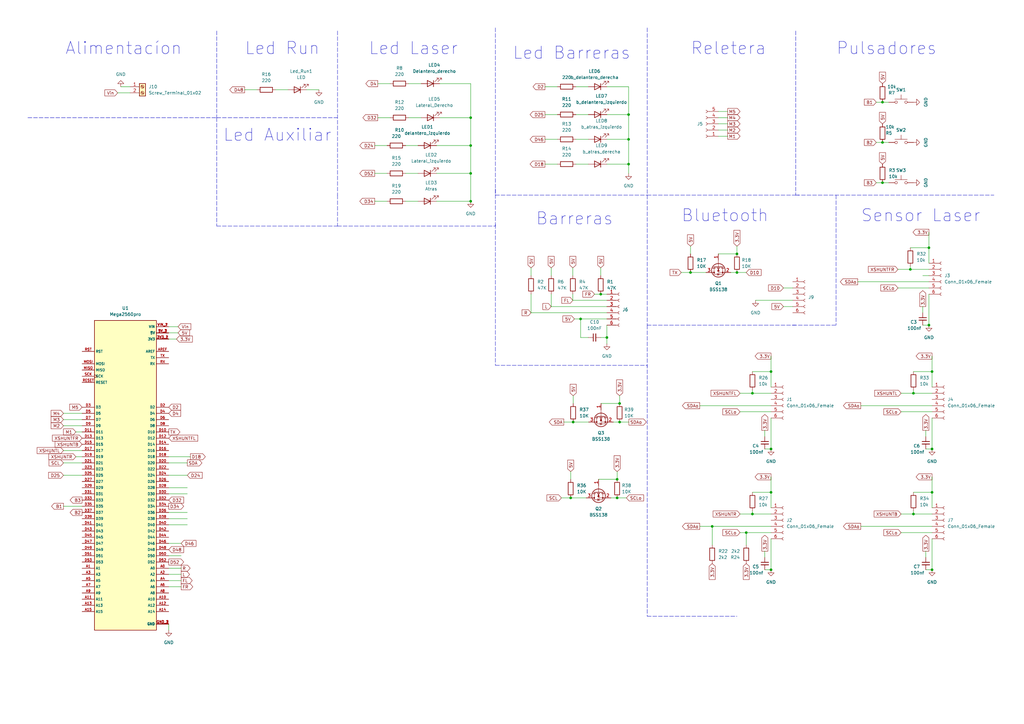
<source format=kicad_sch>
(kicad_sch (version 20211123) (generator eeschema)
  (paper "A3")
  (lib_symbols
    (symbol "Connector:Conn_01x05_Female" (pin_names (offset 1.016) hide)
      (property "Reference" "J" (at 0 7.62 0))
      (property "Value" "Conn_01x05_Female" (at 0 -7.62 0))
      (symbol "Conn_01x05_Female_1_1"
        (pin passive line (at -5.08 5.08 0) (length 3.81) (name "Pin_1") (number "1"))
        (pin passive line (at -5.08 2.54 0) (length 3.81) (name "Pin_2") (number "2"))
        (pin passive line (at -5.08 0 0) (length 3.81) (name "Pin_3") (number "3"))
        (pin passive line (at -5.08 -2.54 0) (length 3.81) (name "Pin_4") (number "4"))
        (pin passive line (at -5.08 -5.08 0) (length 3.81) (name "Pin_5") (number "5"))
      )
    )
    (symbol "Connector:Conn_01x06_Female" (pin_names (offset 1.016) hide)
      (property "Reference" "J" (at 0 7.62 0))
      (property "Value" "Conn_01x06_Female" (at 0 -10.16 0))
      (symbol "Conn_01x06_Female_1_1"
        (pin passive line (at -5.08 5.08 0) (length 3.81) (name "Pin_1") (number "1"))
        (pin passive line (at -5.08 2.54 0) (length 3.81) (name "Pin_2") (number "2"))
        (pin passive line (at -5.08 0 0) (length 3.81) (name "Pin_3") (number "3"))
        (pin passive line (at -5.08 -2.54 0) (length 3.81) (name "Pin_4") (number "4"))
        (pin passive line (at -5.08 -5.08 0) (length 3.81) (name "Pin_5") (number "5"))
        (pin passive line (at -5.08 -7.62 0) (length 3.81) (name "Pin_6") (number "6"))
      )
    )
    (symbol "Connector:Screw_Terminal_01x02" (pin_names (offset 1.016) hide)
      (property "Reference" "J" (at 0 2.54 0))
      (property "Value" "Screw_Terminal_01x02" (at 0 -5.08 0))
      (symbol "Screw_Terminal_01x02_1_1"
        (pin passive line (at -5.08 0 0) (length 3.81) (name "Pin_1") (number "1"))
        (pin passive line (at -5.08 -2.54 0) (length 3.81) (name "Pin_2") (number "2"))
      )
    )
    (symbol "Device:C_Small" (pin_numbers hide) (pin_names (offset 0.254) hide)
      (property "Reference" "C" (at 0.254 1.778 0))
      (property "Value" "C_Small" (at 0.254 -2.032 0))
      (symbol "C_Small_1_1"
        (pin passive line (at 0 2.54 270) (length 2.032) (name "~") (number "1"))
        (pin passive line (at 0 -2.54 90) (length 2.032) (name "~") (number "2"))
      )
    )
    (symbol "Device:LED" (pin_numbers hide) (pin_names (offset 1.016) hide)
      (property "Reference" "D" (at 0 2.54 0))
      (property "Value" "LED" (at 0 -2.54 0))
      (symbol "LED_1_1"
        (pin passive line (at -3.81 0 0) (length 2.54) (name "K") (number "1"))
        (pin passive line (at 3.81 0 180) (length 2.54) (name "A") (number "2"))
      )
    )
    (symbol "Device:R" (pin_numbers hide) (pin_names (offset 0))
      (property "Reference" "R" (at 2.032 0 90))
      (property "Value" "R" (at 0 0 90))
      (symbol "R_1_1"
        (pin passive line (at 0 3.81 270) (length 1.27) (name "~") (number "1"))
        (pin passive line (at 0 -3.81 90) (length 1.27) (name "~") (number "2"))
      )
    )
    (symbol "Mega2560pro:Mega2560pro"
      (property "Reference" "U" (at 0 0 0))
      (property "Value" "Mega2560pro" (at 0 0 0))
      (symbol "Mega2560pro_0_0"
        (pin power_in line (at 17.78 -12.7 180) (length 5.08) (name "3V3") (number "3V3_1"))
        (pin power_in line (at 17.78 -12.7 180) (length 5.08) (name "3V3") (number "3V3_2"))
        (pin power_in line (at 17.78 -10.16 180) (length 5.08) (name "5V") (number "5V_1"))
        (pin power_in line (at 17.78 -10.16 180) (length 5.08) (name "5V") (number "5V_2"))
        (pin power_in line (at 17.78 -10.16 180) (length 5.08) (name "5V") (number "5V_3"))
        (pin bidirectional line (at 17.78 -106.68 180) (length 5.08) (name "A0") (number "A0"))
        (pin bidirectional line (at -17.78 -106.68 0) (length 5.08) (name "A1") (number "A1"))
        (pin bidirectional line (at 17.78 -119.38 180) (length 5.08) (name "A10") (number "A10"))
        (pin bidirectional line (at -17.78 -119.38 0) (length 5.08) (name "A11") (number "A11"))
        (pin bidirectional line (at 17.78 -121.92 180) (length 5.08) (name "A12") (number "A12"))
        (pin bidirectional line (at -17.78 -121.92 0) (length 5.08) (name "A13") (number "A13"))
        (pin bidirectional line (at 17.78 -124.46 180) (length 5.08) (name "A14") (number "A14"))
        (pin bidirectional line (at -17.78 -124.46 0) (length 5.08) (name "A15") (number "A15"))
        (pin bidirectional line (at 17.78 -109.22 180) (length 5.08) (name "A2") (number "A2"))
        (pin bidirectional line (at -17.78 -109.22 0) (length 5.08) (name "A3") (number "A3"))
        (pin bidirectional line (at 17.78 -111.76 180) (length 5.08) (name "A4") (number "A4"))
        (pin bidirectional line (at -17.78 -111.76 0) (length 5.08) (name "A5") (number "A5"))
        (pin bidirectional line (at 17.78 -114.3 180) (length 5.08) (name "A6") (number "A6"))
        (pin bidirectional line (at -17.78 -114.3 0) (length 5.08) (name "A7") (number "A7"))
        (pin bidirectional line (at 17.78 -116.84 180) (length 5.08) (name "A8") (number "A8"))
        (pin bidirectional line (at -17.78 -116.84 0) (length 5.08) (name "A9") (number "A9"))
        (pin bidirectional line (at 17.78 -17.78 180) (length 5.08) (name "AREF") (number "AREF"))
        (pin bidirectional line (at 17.78 -50.8 180) (length 5.08) (name "D10") (number "D10"))
        (pin bidirectional line (at -17.78 -50.8 0) (length 5.08) (name "D11") (number "D11"))
        (pin bidirectional line (at 17.78 -53.34 180) (length 5.08) (name "D12") (number "D12"))
        (pin bidirectional line (at -17.78 -53.34 0) (length 5.08) (name "D13") (number "D13"))
        (pin bidirectional line (at 17.78 -55.88 180) (length 5.08) (name "D14") (number "D14"))
        (pin bidirectional line (at -17.78 -55.88 0) (length 5.08) (name "D15") (number "D15"))
        (pin bidirectional line (at 17.78 -58.42 180) (length 5.08) (name "D16") (number "D16"))
        (pin bidirectional line (at -17.78 -58.42 0) (length 5.08) (name "D17") (number "D17"))
        (pin bidirectional line (at 17.78 -60.96 180) (length 5.08) (name "D18") (number "D18"))
        (pin bidirectional line (at -17.78 -60.96 0) (length 5.08) (name "D19") (number "D19"))
        (pin bidirectional line (at 17.78 -40.64 180) (length 5.08) (name "D2") (number "D2"))
        (pin bidirectional line (at 17.78 -63.5 180) (length 5.08) (name "D20") (number "D20"))
        (pin bidirectional line (at -17.78 -63.5 0) (length 5.08) (name "D21") (number "D21"))
        (pin bidirectional line (at 17.78 -66.04 180) (length 5.08) (name "D22") (number "D22"))
        (pin bidirectional line (at -17.78 -66.04 0) (length 5.08) (name "D23") (number "D23"))
        (pin bidirectional line (at 17.78 -68.58 180) (length 5.08) (name "D24") (number "D24"))
        (pin bidirectional line (at -17.78 -68.58 0) (length 5.08) (name "D25") (number "D25"))
        (pin bidirectional line (at 17.78 -71.12 180) (length 5.08) (name "D26") (number "D26"))
        (pin bidirectional line (at -17.78 -71.12 0) (length 5.08) (name "D27") (number "D27"))
        (pin bidirectional line (at 17.78 -73.66 180) (length 5.08) (name "D28") (number "D28"))
        (pin bidirectional line (at -17.78 -73.66 0) (length 5.08) (name "D29") (number "D29"))
        (pin bidirectional line (at -17.78 -40.64 0) (length 5.08) (name "D3") (number "D3"))
        (pin bidirectional line (at 17.78 -76.2 180) (length 5.08) (name "D30") (number "D30"))
        (pin bidirectional line (at -17.78 -76.2 0) (length 5.08) (name "D31") (number "D31"))
        (pin bidirectional line (at 17.78 -78.74 180) (length 5.08) (name "D32") (number "D32"))
        (pin bidirectional line (at -17.78 -78.74 0) (length 5.08) (name "D33") (number "D33"))
        (pin bidirectional line (at 17.78 -81.28 180) (length 5.08) (name "D34") (number "D34"))
        (pin bidirectional line (at -17.78 -81.28 0) (length 5.08) (name "D35") (number "D35"))
        (pin bidirectional line (at 17.78 -83.82 180) (length 5.08) (name "D36") (number "D36"))
        (pin bidirectional line (at -17.78 -83.82 0) (length 5.08) (name "D37") (number "D37"))
        (pin bidirectional line (at 17.78 -86.36 180) (length 5.08) (name "D38") (number "D38"))
        (pin bidirectional line (at -17.78 -86.36 0) (length 5.08) (name "D39") (number "D39"))
        (pin bidirectional line (at 17.78 -43.18 180) (length 5.08) (name "D4") (number "D4"))
        (pin bidirectional line (at 17.78 -88.9 180) (length 5.08) (name "D40") (number "D40"))
        (pin bidirectional line (at -17.78 -88.9 0) (length 5.08) (name "D41") (number "D41"))
        (pin bidirectional line (at 17.78 -91.44 180) (length 5.08) (name "D42") (number "D42"))
        (pin bidirectional line (at -17.78 -91.44 0) (length 5.08) (name "D43") (number "D43"))
        (pin bidirectional line (at 17.78 -93.98 180) (length 5.08) (name "D44") (number "D44"))
        (pin bidirectional line (at -17.78 -93.98 0) (length 5.08) (name "D45") (number "D45"))
        (pin bidirectional line (at 17.78 -96.52 180) (length 5.08) (name "D46") (number "D46"))
        (pin bidirectional line (at -17.78 -96.52 0) (length 5.08) (name "D47") (number "D47"))
        (pin bidirectional line (at 17.78 -99.06 180) (length 5.08) (name "D48") (number "D48"))
        (pin bidirectional line (at -17.78 -99.06 0) (length 5.08) (name "D49") (number "D49"))
        (pin bidirectional line (at -17.78 -43.18 0) (length 5.08) (name "D5") (number "D5"))
        (pin bidirectional line (at 17.78 -101.6 180) (length 5.08) (name "D50") (number "D50"))
        (pin bidirectional line (at -17.78 -101.6 0) (length 5.08) (name "D51") (number "D51"))
        (pin bidirectional line (at 17.78 -104.14 180) (length 5.08) (name "D52") (number "D52"))
        (pin bidirectional line (at -17.78 -104.14 0) (length 5.08) (name "D53") (number "D53"))
        (pin bidirectional line (at 17.78 -45.72 180) (length 5.08) (name "D6") (number "D6"))
        (pin bidirectional line (at -17.78 -45.72 0) (length 5.08) (name "D7") (number "D7"))
        (pin bidirectional line (at 17.78 -48.26 180) (length 5.08) (name "D8") (number "D8"))
        (pin bidirectional line (at -17.78 -48.26 0) (length 5.08) (name "D9") (number "D9"))
        (pin power_in line (at 17.78 -129.54 180) (length 5.08) (name "GND") (number "GND_1"))
        (pin power_in line (at 17.78 -129.54 180) (length 5.08) (name "GND") (number "GND_2"))
        (pin power_in line (at 17.78 -129.54 180) (length 5.08) (name "GND") (number "GND_3"))
        (pin bidirectional line (at -17.78 -25.4 0) (length 5.08) (name "MISO") (number "MISO"))
        (pin bidirectional line (at -17.78 -22.86 0) (length 5.08) (name "MOSI") (number "MOSI"))
        (pin input line (at -17.78 -30.48 0) (length 5.08) (name "RESET") (number "RESET"))
        (pin input line (at -17.78 -17.78 0) (length 5.08) (name "RST") (number "RST"))
        (pin input line (at 17.78 -22.86 180) (length 5.08) (name "RX") (number "RX"))
        (pin bidirectional clock (at -17.78 -27.94 0) (length 5.08) (name "SCK") (number "SCK"))
        (pin output line (at 17.78 -20.32 180) (length 5.08) (name "TX") (number "TX"))
        (pin output line (at 17.78 -7.62 180) (length 5.08) (name "VIN") (number "VIN_1"))
        (pin output line (at 17.78 -7.62 180) (length 5.08) (name "VIN") (number "VIN_2"))
      )
    )
    (symbol "Switch:SW_Push" (pin_numbers hide) (pin_names (offset 1.016) hide)
      (property "Reference" "SW" (at 1.27 2.54 0))
      (property "Value" "SW_Push" (at 0 -1.524 0))
      (symbol "SW_Push_0_1"
        (pin passive line (at -5.08 0 0) (length 2.54) (name "1") (number "1"))
        (pin passive line (at 5.08 0 180) (length 2.54) (name "2") (number "2"))
      )
    )
    (symbol "Transistor_FET:BSS138" (pin_names hide)
      (property "Reference" "Q" (at 5.08 1.905 0))
      (property "Value" "BSS138" (at 5.08 0 0))
      (symbol "BSS138_1_1"
        (pin input line (at -5.08 0 0) (length 2.54) (name "G") (number "1"))
        (pin passive line (at 2.54 -5.08 90) (length 2.54) (name "S") (number "2"))
        (pin passive line (at 2.54 5.08 270) (length 2.54) (name "D") (number "3"))
      )
    )
    (symbol "power:GND" (power) (pin_names (offset 0))
      (property "Value" "GND" (at 0 -3.81 0))
      (symbol "GND_1_1"
        (pin power_in line (at 0 0 270) (length 0) hide (name "GND") (number "1"))
      )
    )
  )
  (junction (at 283.21 111.76))
  (junction (at 381 101.6))
  (junction (at 257.81 67.31))
  (junction (at 308.61 161.29))
  (junction (at 316.23 201.93))
  (junction (at 374.65 210.82))
  (junction (at 316.23 152.4))
  (junction (at 253.111 196.596))
  (junction (at 193.04 82.55))
  (junction (at 254.127 173.101))
  (junction (at 234.061 204.216))
  (junction (at 361.95 74.93))
  (junction (at 382.27 184.15))
  (junction (at 248.92 138.43))
  (junction (at 374.65 161.29))
  (junction (at 253.111 204.216))
  (junction (at 254.127 165.481))
  (junction (at 302.26 104.14))
  (junction (at 316.23 233.68))
  (junction (at 361.95 41.91))
  (junction (at 382.27 233.68))
  (junction (at 306.07 218.44))
  (junction (at 302.26 111.76))
  (junction (at 316.23 184.15))
  (junction (at 382.27 201.93))
  (junction (at 292.1 215.9))
  (junction (at 193.04 59.69))
  (junction (at 308.61 210.82))
  (junction (at 257.81 46.99))
  (junction (at 246.38 120.65))
  (junction (at 193.04 71.12))
  (junction (at 381 133.35))
  (junction (at 193.04 48.26))
  (junction (at 257.81 57.15))
  (junction (at 373.38 110.49))
  (junction (at 235.077 173.101))
  (junction (at 238.125 130.81))
  (junction (at 382.27 152.4))
  (junction (at 361.95 58.42))
  (polyline (pts (xy 203.2 80.01) (xy 265.43 80.01)))
  (wire (pts (xy 381 120.65) (xy 381 133.35)))
  (polyline (pts (xy 138.43 12.7) (xy 138.43 80.01)))
  (wire (pts (xy 316.23 152.4) (xy 316.23 158.75)))
  (polyline (pts (xy 326.39 80.01) (xy 407.67 80.01)))
  (wire (pts (xy 231.267 173.101) (xy 235.077 173.101)))
  (wire (pts (xy 226.06 125.73) (xy 248.92 125.73)))
  (wire (pts (xy 234.061 204.216) (xy 240.411 204.216)))
  (wire (pts (xy 257.81 35.56) (xy 257.81 46.99)))
  (polyline (pts (xy 325.12 133.35) (xy 342.9 133.35)))
  (polyline (pts (xy 265.43 11.43) (xy 265.43 80.01)))
  (wire (pts (xy 69.215 202.565) (xy 76.835 202.565)))
  (wire (pts (xy 246.38 120.65) (xy 248.92 120.65)))
  (wire (pts (xy 382.27 146.05) (xy 382.27 152.4)))
  (wire (pts (xy 226.06 109.855) (xy 226.06 113.03)))
  (wire (pts (xy 236.22 35.56) (xy 241.3 35.56)))
  (polyline (pts (xy 203.2 92.075) (xy 203.2 149.86)))
  (wire (pts (xy 69.215 222.885) (xy 74.295 222.885)))
  (wire (pts (xy 287.02 215.9) (xy 292.1 215.9)))
  (wire (pts (xy 193.04 71.12) (xy 179.07 71.12)))
  (wire (pts (xy 369.57 218.44) (xy 382.27 218.44)))
  (wire (pts (xy 316.23 220.98) (xy 316.23 233.68)))
  (wire (pts (xy 257.81 67.31) (xy 257.81 57.15)))
  (wire (pts (xy 248.92 138.43) (xy 248.92 140.97)))
  (polyline (pts (xy 342.9 80.01) (xy 342.9 133.35)))
  (wire (pts (xy 250.571 204.216) (xy 253.111 204.216)))
  (wire (pts (xy 166.37 71.12) (xy 171.45 71.12)))
  (wire (pts (xy 113.03 36.83) (xy 118.11 36.83)))
  (wire (pts (xy 321.31 125.73) (xy 325.12 125.73)))
  (wire (pts (xy 243.84 120.65) (xy 246.38 120.65)))
  (wire (pts (xy 294.64 104.14) (xy 302.26 104.14)))
  (wire (pts (xy 361.95 58.42) (xy 364.49 58.42)))
  (wire (pts (xy 69.215 210.185) (xy 76.835 210.185)))
  (wire (pts (xy 217.805 109.855) (xy 217.805 113.03)))
  (wire (pts (xy 230.251 204.216) (xy 234.061 204.216)))
  (wire (pts (xy 308.61 209.55) (xy 308.61 210.82)))
  (wire (pts (xy 316.23 171.45) (xy 316.23 184.15)))
  (wire (pts (xy 302.26 100.965) (xy 302.26 104.14)))
  (wire (pts (xy 374.65 152.4) (xy 382.27 152.4)))
  (wire (pts (xy 353.06 166.37) (xy 382.27 166.37)))
  (wire (pts (xy 303.53 210.82) (xy 308.61 210.82)))
  (wire (pts (xy 33.655 174.625) (xy 26.035 174.625)))
  (wire (pts (xy 378.46 125.73) (xy 378.46 128.27)))
  (wire (pts (xy 253.111 204.216) (xy 256.921 204.216)))
  (wire (pts (xy 154.94 48.26) (xy 160.02 48.26)))
  (wire (pts (xy 69.215 255.905) (xy 69.215 258.445)))
  (wire (pts (xy 33.655 184.785) (xy 26.035 184.785)))
  (wire (pts (xy 153.67 71.12) (xy 158.75 71.12)))
  (wire (pts (xy 361.95 41.91) (xy 364.49 41.91)))
  (wire (pts (xy 235.077 173.101) (xy 241.427 173.101)))
  (wire (pts (xy 193.04 82.55) (xy 179.07 82.55)))
  (wire (pts (xy 374.65 201.93) (xy 382.27 201.93)))
  (wire (pts (xy 248.92 35.56) (xy 257.81 35.56)))
  (wire (pts (xy 313.69 184.15) (xy 316.23 184.15)))
  (wire (pts (xy 308.61 210.82) (xy 316.23 210.82)))
  (wire (pts (xy 248.92 67.31) (xy 257.81 67.31)))
  (polyline (pts (xy 265.43 133.35) (xy 326.39 133.35)))
  (wire (pts (xy 223.52 46.99) (xy 228.6 46.99)))
  (polyline (pts (xy 265.43 80.01) (xy 265.43 133.35)))
  (wire (pts (xy 379.73 233.68) (xy 382.27 233.68)))
  (wire (pts (xy 279.4 111.76) (xy 283.21 111.76)))
  (wire (pts (xy 193.04 48.26) (xy 180.34 48.26)))
  (wire (pts (xy 69.215 212.725) (xy 76.835 212.725)))
  (wire (pts (xy 308.61 152.4) (xy 316.23 152.4)))
  (wire (pts (xy 316.23 195.58) (xy 316.23 201.93)))
  (wire (pts (xy 167.64 48.26) (xy 172.72 48.26)))
  (wire (pts (xy 257.81 57.15) (xy 257.81 46.99)))
  (wire (pts (xy 69.215 136.525) (xy 73.025 136.525)))
  (wire (pts (xy 180.34 34.29) (xy 193.04 34.29)))
  (polyline (pts (xy 11.43 48.26) (xy 88.9 48.26)))
  (wire (pts (xy 298.45 45.72) (xy 294.64 45.72)))
  (wire (pts (xy 251.587 173.101) (xy 254.127 173.101)))
  (wire (pts (xy 48.26 38.1) (xy 53.34 38.1)))
  (wire (pts (xy 257.81 46.99) (xy 248.92 46.99)))
  (wire (pts (xy 69.215 139.065) (xy 72.39 139.065)))
  (wire (pts (xy 234.95 120.65) (xy 234.95 123.19)))
  (wire (pts (xy 235.585 130.81) (xy 238.125 130.81)))
  (wire (pts (xy 306.07 218.44) (xy 306.07 223.52)))
  (wire (pts (xy 298.45 55.88) (xy 294.64 55.88)))
  (polyline (pts (xy 265.43 80.01) (xy 327.66 80.01)))
  (wire (pts (xy 308.61 160.02) (xy 308.61 161.29)))
  (wire (pts (xy 223.52 67.31) (xy 228.6 67.31)))
  (wire (pts (xy 298.45 50.8) (xy 294.64 50.8)))
  (wire (pts (xy 374.65 209.55) (xy 374.65 210.82)))
  (wire (pts (xy 69.215 235.585) (xy 74.295 235.585)))
  (wire (pts (xy 217.805 128.27) (xy 248.92 128.27)))
  (wire (pts (xy 369.57 210.82) (xy 374.65 210.82)))
  (wire (pts (xy 153.67 82.55) (xy 158.75 82.55)))
  (wire (pts (xy 298.45 48.26) (xy 294.64 48.26)))
  (wire (pts (xy 248.92 57.15) (xy 257.81 57.15)))
  (wire (pts (xy 166.37 59.69) (xy 171.45 59.69)))
  (wire (pts (xy 69.215 215.265) (xy 76.835 215.265)))
  (wire (pts (xy 69.215 240.665) (xy 74.295 240.665)))
  (polyline (pts (xy 138.43 92.71) (xy 203.2 92.71)))
  (wire (pts (xy 193.04 48.26) (xy 193.04 59.69)))
  (wire (pts (xy 303.53 218.44) (xy 306.07 218.44)))
  (wire (pts (xy 69.215 233.045) (xy 74.295 233.045)))
  (wire (pts (xy 166.37 82.55) (xy 171.45 82.55)))
  (wire (pts (xy 246.38 109.855) (xy 246.38 113.03)))
  (wire (pts (xy 313.69 226.06) (xy 313.69 228.6)))
  (wire (pts (xy 359.41 41.91) (xy 361.95 41.91)))
  (wire (pts (xy 287.02 166.37) (xy 316.23 166.37)))
  (wire (pts (xy 359.41 58.42) (xy 361.95 58.42)))
  (wire (pts (xy 223.52 57.15) (xy 228.6 57.15)))
  (wire (pts (xy 167.64 34.29) (xy 172.72 34.29)))
  (wire (pts (xy 236.22 57.15) (xy 241.3 57.15)))
  (wire (pts (xy 217.805 120.65) (xy 217.805 128.27)))
  (polyline (pts (xy 88.9 92.71) (xy 138.43 92.71)))
  (wire (pts (xy 26.035 207.645) (xy 33.655 207.645)))
  (polyline (pts (xy 265.43 133.35) (xy 265.43 252.73)))
  (wire (pts (xy 373.38 110.49) (xy 381 110.49)))
  (wire (pts (xy 373.38 109.22) (xy 373.38 110.49)))
  (wire (pts (xy 193.04 71.12) (xy 193.04 82.55)))
  (polyline (pts (xy 299.72 252.73) (xy 302.26 252.73)))
  (wire (pts (xy 248.92 133.35) (xy 248.92 138.43)))
  (wire (pts (xy 378.46 113.03) (xy 381 113.03)))
  (wire (pts (xy 374.65 160.02) (xy 374.65 161.29)))
  (wire (pts (xy 223.52 35.56) (xy 228.6 35.56)))
  (wire (pts (xy 374.65 210.82) (xy 382.27 210.82)))
  (wire (pts (xy 382.27 220.98) (xy 382.27 233.68)))
  (wire (pts (xy 193.04 34.29) (xy 193.04 48.26)))
  (wire (pts (xy 378.46 133.35) (xy 381 133.35)))
  (wire (pts (xy 308.61 161.29) (xy 316.23 161.29)))
  (wire (pts (xy 238.125 138.43) (xy 241.3 138.43)))
  (wire (pts (xy 31.115 177.165) (xy 33.655 177.165)))
  (wire (pts (xy 292.1 215.9) (xy 316.23 215.9)))
  (wire (pts (xy 303.53 168.91) (xy 316.23 168.91)))
  (wire (pts (xy 373.38 101.6) (xy 381 101.6)))
  (wire (pts (xy 234.95 109.855) (xy 234.95 113.03)))
  (polyline (pts (xy 203.2 77.47) (xy 203.2 92.71)))
  (wire (pts (xy 69.215 189.865) (xy 76.835 189.865)))
  (wire (pts (xy 369.57 161.29) (xy 374.65 161.29)))
  (wire (pts (xy 368.3 110.49) (xy 373.38 110.49)))
  (wire (pts (xy 283.21 111.76) (xy 289.56 111.76)))
  (wire (pts (xy 26.035 189.865) (xy 33.655 189.865)))
  (wire (pts (xy 69.215 238.125) (xy 74.295 238.125)))
  (wire (pts (xy 316.23 146.05) (xy 316.23 152.4)))
  (wire (pts (xy 253.111 193.421) (xy 253.111 196.596)))
  (wire (pts (xy 309.88 123.19) (xy 325.12 123.19)))
  (wire (pts (xy 193.04 59.69) (xy 179.07 59.69)))
  (wire (pts (xy 316.23 201.93) (xy 316.23 208.28)))
  (wire (pts (xy 313.69 176.53) (xy 313.69 179.07)))
  (wire (pts (xy 154.94 34.29) (xy 160.02 34.29)))
  (wire (pts (xy 125.73 36.83) (xy 130.81 36.83)))
  (polyline (pts (xy 265.43 149.86) (xy 265.43 150.495)))
  (polyline (pts (xy 265.43 252.73) (xy 299.72 252.73)))
  (polyline (pts (xy 88.9 48.26) (xy 138.43 48.26)))
  (wire (pts (xy 308.61 201.93) (xy 316.23 201.93)))
  (wire (pts (xy 382.27 195.58) (xy 382.27 201.93)))
  (wire (pts (xy 226.06 120.65) (xy 226.06 125.73)))
  (wire (pts (xy 254.127 162.306) (xy 254.127 165.481)))
  (wire (pts (xy 374.65 161.29) (xy 382.27 161.29)))
  (wire (pts (xy 257.81 67.31) (xy 257.81 71.12)))
  (wire (pts (xy 351.79 115.57) (xy 381 115.57)))
  (wire (pts (xy 368.3 118.11) (xy 381 118.11)))
  (polyline (pts (xy 88.9 48.26) (xy 88.9 92.71)))
  (polyline (pts (xy 88.9 12.7) (xy 88.9 48.26)))
  (wire (pts (xy 100.33 36.83) (xy 105.41 36.83)))
  (wire (pts (xy 369.57 168.91) (xy 382.27 168.91)))
  (polyline (pts (xy 138.43 80.01) (xy 138.43 92.71)))
  (wire (pts (xy 382.27 152.4) (xy 382.27 158.75)))
  (wire (pts (xy 153.67 59.69) (xy 158.75 59.69)))
  (wire (pts (xy 236.22 67.31) (xy 241.3 67.31)))
  (wire (pts (xy 382.27 171.45) (xy 382.27 184.15)))
  (wire (pts (xy 245.491 196.596) (xy 253.111 196.596)))
  (wire (pts (xy 292.1 215.9) (xy 292.1 223.52)))
  (wire (pts (xy 69.215 133.985) (xy 73.025 133.985)))
  (wire (pts (xy 381 95.25) (xy 381 101.6)))
  (wire (pts (xy 238.125 130.81) (xy 248.92 130.81)))
  (wire (pts (xy 234.061 193.421) (xy 234.061 196.596)))
  (polyline (pts (xy 203.2 149.86) (xy 265.43 149.86)))
  (polyline (pts (xy 326.39 12.7) (xy 326.39 80.01)))
  (wire (pts (xy 303.53 161.29) (xy 308.61 161.29)))
  (wire (pts (xy 193.04 59.69) (xy 193.04 71.12)))
  (wire (pts (xy 235.077 162.306) (xy 235.077 165.481)))
  (wire (pts (xy 359.41 74.93) (xy 361.95 74.93)))
  (wire (pts (xy 379.73 184.15) (xy 382.27 184.15)))
  (wire (pts (xy 238.125 138.43) (xy 238.125 130.81)))
  (wire (pts (xy 321.31 118.11) (xy 325.12 118.11)))
  (wire (pts (xy 69.215 187.325) (xy 78.105 187.325)))
  (wire (pts (xy 33.655 169.545) (xy 26.035 169.545)))
  (wire (pts (xy 33.655 172.085) (xy 26.035 172.085)))
  (wire (pts (xy 298.45 53.34) (xy 294.64 53.34)))
  (wire (pts (xy 49.53 35.56) (xy 53.34 35.56)))
  (wire (pts (xy 254.127 173.101) (xy 257.937 173.101)))
  (wire (pts (xy 236.22 46.99) (xy 241.3 46.99)))
  (wire (pts (xy 299.72 111.76) (xy 302.26 111.76)))
  (wire (pts (xy 69.215 227.965) (xy 74.295 227.965)))
  (wire (pts (xy 313.69 233.68) (xy 316.23 233.68)))
  (wire (pts (xy 361.95 74.93) (xy 364.49 74.93)))
  (polyline (pts (xy 203.2 11.43) (xy 203.2 80.01)))
  (wire (pts (xy 234.95 123.19) (xy 248.92 123.19)))
  (wire (pts (xy 379.73 226.06) (xy 379.73 228.6)))
  (wire (pts (xy 33.655 194.945) (xy 26.035 194.945)))
  (wire (pts (xy 381 101.6) (xy 381 107.95)))
  (wire (pts (xy 379.73 176.53) (xy 379.73 179.07)))
  (wire (pts (xy 382.27 201.93) (xy 382.27 208.28)))
  (wire (pts (xy 283.21 100.965) (xy 283.21 104.14)))
  (wire (pts (xy 31.115 187.325) (xy 33.655 187.325)))
  (wire (pts (xy 246.507 165.481) (xy 254.127 165.481)))
  (wire (pts (xy 353.06 215.9) (xy 382.27 215.9)))
  (wire (pts (xy 246.38 138.43) (xy 248.92 138.43)))
  (wire (pts (xy 302.26 111.76) (xy 306.07 111.76)))
  (wire (pts (xy 69.215 200.025) (xy 76.835 200.025)))
  (wire (pts (xy 306.07 218.44) (xy 316.23 218.44)))
  (wire (pts (xy 69.215 194.945) (xy 76.835 194.945)))
  (text "Reletera" (at 283.21 22.86 0) (effects (font (size 5 5)) (justify left bottom)))
  (text "Bluetooth" (at 279.4 91.44 0) (effects (font (size 5 5)) (justify left bottom)))
  (text "Led Run\n" (at 100.33 22.86 0) (effects (font (size 5 5)) (justify left bottom)))
  (text "Led Auxiliar" (at 91.44 58.42 0) (effects (font (size 5 5)) (justify left bottom)))
  (text "Led Laser" (at 151.13 22.86 0) (effects (font (size 5 5)) (justify left bottom)))
  (text "Sensor Laser" (at 353.06 91.44 0) (effects (font (size 5 5)) (justify left bottom)))
  (text "Alimentacíon" (at 26.67 22.86 0) (effects (font (size 5 5)) (justify left bottom)))
  (text "Barreras" (at 219.71 92.71 0) (effects (font (size 5 5)) (justify left bottom)))
  (text "Pulsadores" (at 342.9 22.86 0) (effects (font (size 5 5)) (justify left bottom)))
  (text "Led Barreras" (at 210.185 24.765 0) (effects (font (size 5 5)) (justify left bottom)))
  (global_label "D18" (shape output) (at 78.105 187.325 0) (property "Intersheet References" "${INTERSHEET_REFS}" (effects hide)))
  (global_label "5V" (shape input) (at 283.21 100.965 90) (property "Intersheet References" "${INTERSHEET_REFS}" (effects hide)))
  (global_label "B1" (shape input) (at 359.41 41.91 180) (property "Intersheet References" "${INTERSHEET_REFS}" (effects hide)))
  (global_label "5V" (shape input) (at 235.585 130.81 180) (property "Intersheet References" "${INTERSHEET_REFS}" (effects hide)))
  (global_label "5V" (shape input) (at 226.06 109.855 90) (property "Intersheet References" "${INTERSHEET_REFS}" (effects hide)))
  (global_label "3.3V" (shape input) (at 302.26 100.965 90) (property "Intersheet References" "${INTERSHEET_REFS}" (effects hide)))
  (global_label "3.3V" (shape output) (at 378.46 125.73 90) (property "Intersheet References" "${INTERSHEET_REFS}" (effects hide)))
  (global_label "D10" (shape input) (at 321.31 118.11 180) (property "Intersheet References" "${INTERSHEET_REFS}" (effects hide)))
  (global_label "3.3V" (shape output) (at 316.23 195.58 180) (property "Intersheet References" "${INTERSHEET_REFS}" (effects hide)))
  (global_label "3.3V" (shape input) (at 254.127 162.306 90) (property "Intersheet References" "${INTERSHEET_REFS}" (effects hide)))
  (global_label "5V" (shape input) (at 73.025 136.525 0) (property "Intersheet References" "${INTERSHEET_REFS}" (effects hide)))
  (global_label "XSHUNTB" (shape input) (at 369.57 210.82 180) (property "Referencias entre hojas" "${INTERSHEET_REFS}" (effects hide)))
  (global_label "R" (shape input) (at 217.805 128.27 180) (property "Intersheet References" "${INTERSHEET_REFS}" (effects hide)))
  (global_label "SDA" (shape output) (at 76.835 189.865 0) (property "Intersheet References" "${INTERSHEET_REFS}" (effects hide)))
  (global_label "M1" (shape input) (at 31.115 177.165 180) (property "Intersheet References" "${INTERSHEET_REFS}" (effects hide)))
  (global_label "D52" (shape output) (at 69.215 230.505 0) (property "Intersheet References" "${INTERSHEET_REFS}" (effects hide)))
  (global_label "D32" (shape output) (at 154.94 48.26 180) (property "Intersheet References" "${INTERSHEET_REFS}" (effects hide)))
  (global_label "SCLo" (shape input) (at 369.57 168.91 180) (property "Intersheet References" "${INTERSHEET_REFS}" (effects hide)))
  (global_label "D2" (shape input) (at 69.215 167.005 0) (property "Intersheet References" "${INTERSHEET_REFS}" (effects hide)))
  (global_label "XSHUNTFR" (shape input) (at 33.655 179.705 180) (property "Referencias entre hojas" "${INTERSHEET_REFS}" (effects hide)))
  (global_label "5V" (shape input) (at 234.95 109.855 90) (property "Intersheet References" "${INTERSHEET_REFS}" (effects hide)))
  (global_label "D25" (shape input) (at 26.035 194.945 180) (property "Intersheet References" "${INTERSHEET_REFS}" (effects hide)))
  (global_label "5V" (shape input) (at 361.95 50.8 90) (property "Intersheet References" "${INTERSHEET_REFS}" (effects hide)))
  (global_label "D48" (shape input) (at 69.215 225.425 0) (property "Intersheet References" "${INTERSHEET_REFS}" (effects hide)))
  (global_label "SCLo" (shape input) (at 303.53 168.91 180) (property "Intersheet References" "${INTERSHEET_REFS}" (effects hide)))
  (global_label "3.3V" (shape input) (at 72.39 139.065 0) (property "Intersheet References" "${INTERSHEET_REFS}" (effects hide)))
  (global_label "5V" (shape input) (at 217.805 109.855 90) (property "Intersheet References" "${INTERSHEET_REFS}" (effects hide)))
  (global_label "M3" (shape output) (at 298.45 50.8 0) (property "Intersheet References" "${INTERSHEET_REFS}" (effects hide)))
  (global_label "M5" (shape output) (at 298.45 45.72 0) (property "Intersheet References" "${INTERSHEET_REFS}" (effects hide)))
  (global_label "SCL" (shape input) (at 230.251 204.216 180) (property "Intersheet References" "${INTERSHEET_REFS}" (effects hide)))
  (global_label "5V" (shape input) (at 235.077 162.306 90) (property "Intersheet References" "${INTERSHEET_REFS}" (effects hide)))
  (global_label "M2" (shape output) (at 298.45 53.34 0) (property "Intersheet References" "${INTERSHEET_REFS}" (effects hide)))
  (global_label "SDAo" (shape output) (at 257.937 173.101 0) (property "Intersheet References" "${INTERSHEET_REFS}" (effects hide)))
  (global_label "SCL" (shape input) (at 26.035 189.865 180) (property "Intersheet References" "${INTERSHEET_REFS}" (effects hide)))
  (global_label "L" (shape output) (at 74.295 235.585 0) (property "Intersheet References" "${INTERSHEET_REFS}" (effects hide)))
  (global_label "D2" (shape output) (at 223.52 35.56 180) (property "Intersheet References" "${INTERSHEET_REFS}" (effects hide)))
  (global_label "XSHUNTR" (shape input) (at 31.115 187.325 180) (property "Referencias entre hojas" "${INTERSHEET_REFS}" (effects hide)))
  (global_label "B3" (shape output) (at 33.655 205.105 180) (property "Intersheet References" "${INTERSHEET_REFS}" (effects hide)))
  (global_label "3.3V" (shape output) (at 382.27 146.05 180) (property "Intersheet References" "${INTERSHEET_REFS}" (effects hide)))
  (global_label "D52" (shape output) (at 153.67 71.12 180) (property "Intersheet References" "${INTERSHEET_REFS}" (effects hide)))
  (global_label "D46" (shape output) (at 223.52 57.15 180) (property "Intersheet References" "${INTERSHEET_REFS}" (effects hide)))
  (global_label "FR" (shape input) (at 243.84 120.65 180) (property "Intersheet References" "${INTERSHEET_REFS}" (effects hide)))
  (global_label "B1" (shape output) (at 26.035 207.645 180) (property "Intersheet References" "${INTERSHEET_REFS}" (effects hide)))
  (global_label "D34" (shape output) (at 153.67 82.55 180) (property "Intersheet References" "${INTERSHEET_REFS}" (effects hide)))
  (global_label "D48" (shape output) (at 100.33 36.83 180) (property "Intersheet References" "${INTERSHEET_REFS}" (effects hide)))
  (global_label "Vin" (shape input) (at 48.26 38.1 180) (property "Intersheet References" "${INTERSHEET_REFS}" (effects hide)))
  (global_label "D46" (shape input) (at 74.295 222.885 0) (property "Intersheet References" "${INTERSHEET_REFS}" (effects hide)))
  (global_label "3.3V" (shape input) (at 306.07 231.14 270) (property "Referencias entre hojas" "${INTERSHEET_REFS}" (effects hide)))
  (global_label "SCLo" (shape input) (at 369.57 218.44 180) (property "Intersheet References" "${INTERSHEET_REFS}" (effects hide)))
  (global_label "3.3V" (shape output) (at 316.23 146.05 180) (property "Intersheet References" "${INTERSHEET_REFS}" (effects hide)))
  (global_label "SDAo" (shape output) (at 353.06 215.9 180) (property "Intersheet References" "${INTERSHEET_REFS}" (effects hide)))
  (global_label "SDAo" (shape output) (at 351.79 115.57 180) (property "Intersheet References" "${INTERSHEET_REFS}" (effects hide)))
  (global_label "L" (shape input) (at 226.06 125.73 180) (property "Intersheet References" "${INTERSHEET_REFS}" (effects hide)))
  (global_label "5V" (shape input) (at 361.95 34.29 90) (property "Intersheet References" "${INTERSHEET_REFS}" (effects hide)))
  (global_label "B2" (shape input) (at 359.41 58.42 180) (property "Intersheet References" "${INTERSHEET_REFS}" (effects hide)))
  (global_label "SCLo" (shape input) (at 256.921 204.216 0) (property "Intersheet References" "${INTERSHEET_REFS}" (effects hide)))
  (global_label "5V" (shape input) (at 246.38 109.855 90) (property "Intersheet References" "${INTERSHEET_REFS}" (effects hide)))
  (global_label "3.3V" (shape output) (at 382.27 195.58 180) (property "Intersheet References" "${INTERSHEET_REFS}" (effects hide)))
  (global_label "M5" (shape input) (at 33.655 167.005 180) (property "Intersheet References" "${INTERSHEET_REFS}" (effects hide)))
  (global_label "3.3V" (shape input) (at 292.1 231.14 270) (property "Referencias entre hojas" "${INTERSHEET_REFS}" (effects hide)))
  (global_label "XSHUNTFR" (shape input) (at 368.3 110.49 180) (property "Referencias entre hojas" "${INTERSHEET_REFS}" (effects hide)))
  (global_label "XSHUNTB" (shape input) (at 33.655 182.245 180) (property "Referencias entre hojas" "${INTERSHEET_REFS}" (effects hide)))
  (global_label "TX" (shape output) (at 69.215 177.165 0) (property "Referencias entre hojas" "${INTERSHEET_REFS}" (effects hide)))
  (global_label "SDAo" (shape output) (at 287.02 215.9 180) (property "Intersheet References" "${INTERSHEET_REFS}" (effects hide)))
  (global_label "D10" (shape input) (at 306.07 111.76 0) (property "Intersheet References" "${INTERSHEET_REFS}" (effects hide)))
  (global_label "D24" (shape output) (at 153.67 59.69 180) (property "Intersheet References" "${INTERSHEET_REFS}" (effects hide)))
  (global_label "3.3V" (shape output) (at 379.73 226.06 90) (property "Intersheet References" "${INTERSHEET_REFS}" (effects hide)))
  (global_label "B3" (shape input) (at 359.41 74.93 180) (property "Intersheet References" "${INTERSHEET_REFS}" (effects hide)))
  (global_label "3.3V" (shape output) (at 313.69 176.53 90) (property "Intersheet References" "${INTERSHEET_REFS}" (effects hide)))
  (global_label "XSHUNTR" (shape input) (at 303.53 210.82 180) (property "Referencias entre hojas" "${INTERSHEET_REFS}" (effects hide)))
  (global_label "M2" (shape input) (at 26.035 174.625 180) (property "Intersheet References" "${INTERSHEET_REFS}" (effects hide)))
  (global_label "SDAo" (shape output) (at 287.02 166.37 180) (property "Intersheet References" "${INTERSHEET_REFS}" (effects hide)))
  (global_label "M4" (shape output) (at 298.45 48.26 0) (property "Intersheet References" "${INTERSHEET_REFS}" (effects hide)))
  (global_label "XSHUNTFL" (shape input) (at 69.215 179.705 0) (property "Referencias entre hojas" "${INTERSHEET_REFS}" (effects hide)))
  (global_label "D4" (shape input) (at 69.215 169.545 0) (property "Intersheet References" "${INTERSHEET_REFS}" (effects hide)))
  (global_label "D18" (shape output) (at 223.52 67.31 180) (property "Intersheet References" "${INTERSHEET_REFS}" (effects hide)))
  (global_label "FR" (shape output) (at 74.295 240.665 0) (property "Intersheet References" "${INTERSHEET_REFS}" (effects hide)))
  (global_label "D24" (shape input) (at 76.835 194.945 0) (property "Intersheet References" "${INTERSHEET_REFS}" (effects hide)))
  (global_label "XSHUNTFL" (shape input) (at 303.53 161.29 180) (property "Referencias entre hojas" "${INTERSHEET_REFS}" (effects hide)))
  (global_label "D34" (shape output) (at 69.215 207.645 0) (property "Intersheet References" "${INTERSHEET_REFS}" (effects hide)))
  (global_label "D4" (shape output) (at 154.94 34.29 180) (property "Intersheet References" "${INTERSHEET_REFS}" (effects hide)))
  (global_label "SDAo" (shape output) (at 353.06 166.37 180) (property "Intersheet References" "${INTERSHEET_REFS}" (effects hide)))
  (global_label "3.3V" (shape output) (at 313.69 226.06 90) (property "Intersheet References" "${INTERSHEET_REFS}" (effects hide)))
  (global_label "B2" (shape output) (at 33.655 210.185 180) (property "Intersheet References" "${INTERSHEET_REFS}" (effects hide)))
  (global_label "Vin" (shape input) (at 73.025 133.985 0) (property "Intersheet References" "${INTERSHEET_REFS}" (effects hide)))
  (global_label "SDA" (shape output) (at 231.267 173.101 180) (property "Intersheet References" "${INTERSHEET_REFS}" (effects hide)))
  (global_label "FL" (shape output) (at 74.295 238.125 0) (property "Intersheet References" "${INTERSHEET_REFS}" (effects hide)))
  (global_label "M3" (shape input) (at 26.035 172.085 180) (property "Intersheet References" "${INTERSHEET_REFS}" (effects hide)))
  (global_label "R" (shape output) (at 74.295 233.045 0) (property "Intersheet References" "${INTERSHEET_REFS}" (effects hide)))
  (global_label "D32" (shape input) (at 69.215 205.105 0) (property "Intersheet References" "${INTERSHEET_REFS}" (effects hide)))
  (global_label "M1" (shape output) (at 298.45 55.88 0) (property "Intersheet References" "${INTERSHEET_REFS}" (effects hide)))
  (global_label "XSHUNTL" (shape input) (at 369.57 161.29 180) (property "Referencias entre hojas" "${INTERSHEET_REFS}" (effects hide)))
  (global_label "FL" (shape input) (at 234.95 123.19 180) (property "Intersheet References" "${INTERSHEET_REFS}" (effects hide)))
  (global_label "3.3V" (shape output) (at 379.73 176.53 90) (property "Intersheet References" "${INTERSHEET_REFS}" (effects hide)))
  (global_label "5V" (shape input) (at 234.061 193.421 90) (property "Intersheet References" "${INTERSHEET_REFS}" (effects hide)))
  (global_label "M4" (shape input) (at 26.035 169.545 180) (property "Intersheet References" "${INTERSHEET_REFS}" (effects hide)))
  (global_label "D25" (shape output) (at 223.52 46.99 180) (property "Intersheet References" "${INTERSHEET_REFS}" (effects hide)))
  (global_label "TX" (shape input) (at 279.4 111.76 180) (property "Referencias entre hojas" "${INTERSHEET_REFS}" (effects hide)))
  (global_label "SCLo" (shape input) (at 368.3 118.11 180) (property "Intersheet References" "${INTERSHEET_REFS}" (effects hide)))
  (global_label "3.3V" (shape input) (at 253.111 193.421 90) (property "Intersheet References" "${INTERSHEET_REFS}" (effects hide)))
  (global_label "SCLo" (shape input) (at 303.53 218.44 180) (property "Intersheet References" "${INTERSHEET_REFS}" (effects hide)))
  (global_label "5V" (shape input) (at 321.31 125.73 180) (property "Intersheet References" "${INTERSHEET_REFS}" (effects hide)))
  (global_label "XSHUNTL" (shape input) (at 26.035 184.785 180) (property "Referencias entre hojas" "${INTERSHEET_REFS}" (effects hide)))
  (global_label "5V" (shape input) (at 361.95 67.31 90) (property "Intersheet References" "${INTERSHEET_REFS}" (effects hide)))
  (global_label "3.3V" (shape output) (at 381 95.25 180) (property "Intersheet References" "${INTERSHEET_REFS}" (effects hide)))
  (symbol (lib_id "Transistor_FET:BSS138") (at 246.507 170.561 90) (mirror x) (unit 1)
    (property "Reference" "Q3" (at 246.507 177.546 90))
    (property "Value" "BSS138" (at 246.507 180.086 90))
    (property "Footprint" "Package_TO_SOT_SMD:SOT-23" (effects hide))
    (property "Datasheet" "https://www.onsemi.com/pub/Collateral/BSS138-D.PDF" (effects hide))
  )
  (symbol (lib_id "Device:R") (at 226.06 116.84 0) (unit 1)
    (property "Reference" "R6" (at 228.6 115.5699 0) (effects (justify left)))
    (property "Value" "47K" (at 228.6 118.1099 0) (effects (justify left)))
    (property "Footprint" "Resistor_SMD:R_0805_2012Metric_Pad1.20x1.40mm_HandSolder" (effects hide))
  )
  (symbol (lib_id "power:GND") (at 248.92 140.97 0) (unit 1)
    (property "Reference" "#PWR06" (effects hide))
    (property "Value" "GND" (at 248.92 146.05 0))
  )
  (symbol (lib_id "Device:R") (at 246.38 116.84 180) (unit 1)
    (property "Reference" "R1" (at 248.92 115.5699 0) (effects (justify right)))
    (property "Value" "47K" (at 248.92 118.1099 0) (effects (justify right)))
    (property "Footprint" "Resistor_SMD:R_0805_2012Metric_Pad1.20x1.40mm_HandSolder" (effects hide))
  )
  (symbol (lib_id "Device:R") (at 163.83 34.29 90) (unit 1)
    (property "Reference" "R8" (at 163.83 27.94 90))
    (property "Value" "220" (at 163.83 30.48 90))
    (property "Footprint" "Resistor_SMD:R_0805_2012Metric_Pad1.20x1.40mm_HandSolder" (effects hide))
  )
  (symbol (lib_id "Connector:Conn_01x06_Female") (at 321.31 213.36 0) (unit 1)
    (property "Reference" "J2" (at 322.58 213.3599 0) (effects (justify left)))
    (property "Value" "Conn_01x06_Female" (at 322.58 215.8999 0) (effects (justify left)))
    (property "Footprint" "Connector_PinHeader_2.54mm:PinHeader_1x06_P2.54mm_Vertical" (effects hide))
  )
  (symbol (lib_id "Switch:SW_Push") (at 369.57 41.91 0) (unit 1)
    (property "Reference" "SW1" (at 369.57 36.83 0))
    (property "Value" "." (effects hide))
    (property "Footprint" "Button_Switch_THT:SW_PUSH-12mm" (effects hide))
  )
  (symbol (lib_id "Device:R") (at 302.26 107.95 0) (unit 1)
    (property "Reference" "R18" (at 304.165 106.6799 0) (effects (justify left)))
    (property "Value" "10K" (at 304.165 109.2199 0) (effects (justify left)))
    (property "Footprint" "Resistor_SMD:R_0805_2012Metric_Pad1.20x1.40mm_HandSolder" (effects hide))
  )
  (symbol (lib_id "Device:R") (at 283.21 107.95 0) (unit 1)
    (property "Reference" "R17" (at 285.75 106.6799 0) (effects (justify left)))
    (property "Value" "10K" (at 285.75 109.2199 0) (effects (justify left)))
    (property "Footprint" "Resistor_SMD:R_0805_2012Metric_Pad1.20x1.40mm_HandSolder" (effects hide))
  )
  (symbol (lib_id "Connector:Screw_Terminal_01x02") (at 58.42 35.56 0) (unit 1)
    (property "Reference" "J10" (at 60.96 35.5599 0) (effects (justify left)))
    (property "Value" "Screw_Terminal_01x02" (at 60.96 38.0999 0) (effects (justify left)))
    (property "Footprint" "TerminalBlock_MetzConnect:TerminalBlock_MetzConnect_Type011_RT05502HBWC_1x02_P5.00mm_Horizontal" (effects hide))
  )
  (symbol (lib_id "Device:R") (at 232.41 67.31 90) (unit 1)
    (property "Reference" "R14" (at 232.41 60.96 90))
    (property "Value" "220" (at 232.41 63.5 90))
    (property "Footprint" "Resistor_SMD:R_0805_2012Metric_Pad1.20x1.40mm_HandSolder" (effects hide))
  )
  (symbol (lib_id "Device:R") (at 254.127 169.291 0) (unit 1)
    (property "Reference" "R39" (at 256.032 168.0209 0) (effects (justify left)))
    (property "Value" "10K" (at 256.032 170.5609 0) (effects (justify left)))
    (property "Footprint" "Resistor_SMD:R_0805_2012Metric_Pad1.20x1.40mm_HandSolder" (effects hide))
  )
  (symbol (lib_id "Device:LED") (at 175.26 82.55 180) (unit 1)
    (property "Reference" "LED3" (at 176.8475 74.93 0))
    (property "Value" "Atras" (at 176.8475 77.47 0))
    (property "Footprint" "LED_THT:LED_D3.0mm" (effects hide))
  )
  (symbol (lib_id "Device:R") (at 361.95 54.61 180) (unit 1)
    (property "Reference" "R5" (at 363.22 54.61 0) (effects (justify right)))
    (property "Value" "10k" (at 363.22 52.07 0) (effects (justify right)))
    (property "Footprint" "Resistor_SMD:R_0805_2012Metric_Pad1.20x1.40mm_HandSolder" (effects hide))
  )
  (symbol (lib_id "Connector:Conn_01x06_Female") (at 321.31 163.83 0) (unit 1)
    (property "Reference" "J1" (at 322.58 163.8299 0) (effects (justify left)))
    (property "Value" "Conn_01x06_Female" (at 322.58 166.3699 0) (effects (justify left)))
    (property "Footprint" "Connector_PinHeader_2.54mm:PinHeader_1x06_P2.54mm_Vertical" (effects hide))
  )
  (symbol (lib_id "Device:R") (at 217.805 116.84 0) (unit 1)
    (property "Reference" "R2" (at 220.345 115.5699 0) (effects (justify left)))
    (property "Value" "47K" (at 220.345 118.1099 0) (effects (justify left)))
    (property "Footprint" "Resistor_SMD:R_0805_2012Metric_Pad1.20x1.40mm_HandSolder" (effects hide))
  )
  (symbol (lib_id "Device:LED") (at 245.11 67.31 180) (unit 1)
    (property "Reference" "LED9" (at 246.6975 59.69 0))
    (property "Value" "b_atras_derecha" (at 246.6975 62.23 0))
    (property "Footprint" "LED_THT:LED_D3.0mm" (effects hide))
  )
  (symbol (lib_id "Device:R") (at 232.41 35.56 90) (unit 1)
    (property "Reference" "R9" (at 176.53 -7.62 90))
    (property "Value" "220" (at 232.41 31.75 90))
    (property "Footprint" "Resistor_SMD:R_0805_2012Metric_Pad1.20x1.40mm_HandSolder" (effects hide))
  )
  (symbol (lib_id "power:GND") (at 382.27 184.15 0) (unit 1)
    (property "Reference" "#PWR013" (effects hide))
    (property "Value" "GND" (at 382.27 189.23 0))
  )
  (symbol (lib_id "Connector:Conn_01x06_Female") (at 387.35 163.83 0) (unit 1)
    (property "Reference" "J4" (at 388.62 163.8299 0) (effects (justify left)))
    (property "Value" "Conn_01x06_Female" (at 388.62 166.3699 0) (effects (justify left)))
    (property "Footprint" "Connector_PinHeader_2.54mm:PinHeader_1x06_P2.54mm_Vertical" (effects hide))
  )
  (symbol (lib_id "Device:R") (at 163.83 48.26 90) (unit 1)
    (property "Reference" "R12" (at 163.83 41.91 90))
    (property "Value" "220" (at 163.83 44.45 90))
    (property "Footprint" "Resistor_SMD:R_0805_2012Metric_Pad1.20x1.40mm_HandSolder" (effects hide))
  )
  (symbol (lib_id "power:GND") (at 69.215 258.445 0) (unit 1)
    (property "Reference" "#PWR01" (effects hide))
    (property "Value" "GND" (at 69.215 263.525 0))
  )
  (symbol (lib_id "Device:LED") (at 121.92 36.83 180) (unit 1)
    (property "Reference" "Led_Run1" (at 123.5075 29.21 0))
    (property "Value" "LED" (at 123.5075 31.75 0))
    (property "Footprint" "LED_THT:LED_D5.0mm" (effects hide))
  )
  (symbol (lib_id "Device:R") (at 162.56 82.55 90) (unit 1)
    (property "Reference" "R19" (at 162.56 76.2 90))
    (property "Value" "220" (at 162.56 78.74 90))
    (property "Footprint" "Resistor_SMD:R_0805_2012Metric_Pad1.20x1.40mm_HandSolder" (effects hide))
  )
  (symbol (lib_id "Device:C_Small") (at 379.73 231.14 0) (unit 1)
    (property "Reference" "C7" (at 374.65 232.41 0) (effects (justify left)))
    (property "Value" "100nf" (at 373.38 234.95 0) (effects (justify left)))
    (property "Footprint" "Capacitor_SMD:C_0805_2012Metric_Pad1.18x1.45mm_HandSolder" (effects hide))
  )
  (symbol (lib_id "Device:C_Small") (at 313.69 231.14 0) (unit 1)
    (property "Reference" "C5" (at 308.61 232.41 0) (effects (justify left)))
    (property "Value" "100nf" (at 307.34 234.95 0) (effects (justify left)))
    (property "Footprint" "Capacitor_SMD:C_0805_2012Metric_Pad1.18x1.45mm_HandSolder" (effects hide))
  )
  (symbol (lib_id "Device:R") (at 292.1 227.33 0) (unit 1)
    (property "Reference" "R22" (at 294.64 226.0599 0) (effects (justify left)))
    (property "Value" "2k2" (at 294.64 228.5999 0) (effects (justify left)))
    (property "Footprint" "Resistor_SMD:R_0805_2012Metric_Pad1.20x1.40mm_HandSolder" (effects hide))
  )
  (symbol (lib_id "power:GND") (at 193.04 82.55 0) (unit 1)
    (property "Reference" "#PWR0106" (effects hide))
    (property "Value" "GND" (at 193.04 87.63 0))
  )
  (symbol (lib_id "Connector:Conn_01x06_Female") (at 387.35 213.36 0) (unit 1)
    (property "Reference" "J7" (at 388.62 213.3599 0) (effects (justify left)))
    (property "Value" "Conn_01x06_Female" (at 388.62 215.8999 0) (effects (justify left)))
    (property "Footprint" "Connector_PinHeader_2.54mm:PinHeader_1x06_P2.54mm_Vertical" (effects hide))
  )
  (symbol (lib_id "Device:C_Small") (at 313.69 181.61 0) (unit 1)
    (property "Reference" "C4" (at 308.61 182.88 0) (effects (justify left)))
    (property "Value" "100nf" (at 307.34 185.42 0) (effects (justify left)))
    (property "Footprint" "Capacitor_SMD:C_0805_2012Metric_Pad1.18x1.45mm_HandSolder" (effects hide))
  )
  (symbol (lib_id "Device:LED") (at 245.11 35.56 180) (unit 1)
    (property "Reference" "LED6" (at 243.84 29.21 0))
    (property "Value" "b_delantero_derecha" (at 243.84 31.75 0))
    (property "Footprint" "LED_THT:LED_D3.0mm" (effects hide))
  )
  (symbol (lib_id "Switch:SW_Push") (at 369.57 74.93 0) (unit 1)
    (property "Reference" "SW3" (at 369.57 69.85 0))
    (property "Value" "." (effects hide))
    (property "Footprint" "Button_Switch_THT:SW_PUSH-12mm" (effects hide))
  )
  (symbol (lib_id "Connector:Conn_01x06_Female") (at 386.08 113.03 0) (unit 1)
    (property "Reference" "J3" (at 387.35 113.0299 0) (effects (justify left)))
    (property "Value" "Conn_01x06_Female" (at 387.35 115.5699 0) (effects (justify left)))
    (property "Footprint" "Connector_PinHeader_2.54mm:PinHeader_1x06_P2.54mm_Vertical" (effects hide))
  )
  (symbol (lib_id "Device:R") (at 162.56 71.12 90) (unit 1)
    (property "Reference" "R15" (at 162.56 64.77 90))
    (property "Value" "220" (at 162.56 67.31 90))
    (property "Footprint" "Resistor_SMD:R_0805_2012Metric_Pad1.20x1.40mm_HandSolder" (effects hide))
  )
  (symbol (lib_id "Connector:Conn_01x05_Female") (at 289.56 50.8 180) (unit 1)
    (property "Reference" "J5" (at 288.29 50.8001 0) (effects (justify left)))
    (property "Value" "Conn_01x05_Female" (effects hide))
    (property "Footprint" "Connector_PinHeader_2.54mm:PinHeader_1x05_P2.54mm_Vertical" (effects hide))
  )
  (symbol (lib_id "Device:R") (at 234.061 200.406 0) (unit 1)
    (property "Reference" "R36" (at 236.601 199.1359 0) (effects (justify left)))
    (property "Value" "10K" (at 236.601 201.6759 0) (effects (justify left)))
    (property "Footprint" "Resistor_SMD:R_0805_2012Metric_Pad1.20x1.40mm_HandSolder" (effects hide))
  )
  (symbol (lib_id "power:GND") (at 374.65 58.42 90) (unit 1)
    (property "Reference" "#PWR04" (effects hide))
    (property "Value" "GND" (at 379.73 58.42 0))
  )
  (symbol (lib_id "power:GND") (at 257.81 71.12 0) (unit 1)
    (property "Reference" "#PWR0105" (effects hide))
    (property "Value" "GND" (at 257.81 76.2 0))
  )
  (symbol (lib_id "Device:R") (at 308.61 205.74 180) (unit 1)
    (property "Reference" "R27" (at 311.15 204.4699 0) (effects (justify right)))
    (property "Value" "10k" (at 311.15 207.0099 0) (effects (justify right)))
    (property "Footprint" "Resistor_SMD:R_0805_2012Metric_Pad1.20x1.40mm_HandSolder" (effects hide))
  )
  (symbol (lib_id "Device:R") (at 234.95 116.84 180) (unit 1)
    (property "Reference" "R4" (at 237.49 115.5699 0) (effects (justify right)))
    (property "Value" "47K" (at 237.49 118.1099 0) (effects (justify right)))
    (property "Footprint" "Resistor_SMD:R_0805_2012Metric_Pad1.20x1.40mm_HandSolder" (effects hide))
  )
  (symbol (lib_id "Connector:Conn_01x06_Female") (at 330.2 120.65 0) (unit 1)
    (property "Reference" "J9" (at 331.47 121.9199 0) (effects (justify left)))
    (property "Value" "Conn_01x06_Female" (effects hide))
    (property "Footprint" "Connector_PinHeader_2.54mm:PinHeader_1x06_P2.54mm_Vertical" (effects hide))
  )
  (symbol (lib_id "Device:R") (at 253.111 200.406 0) (unit 1)
    (property "Reference" "R38" (at 255.016 199.1359 0) (effects (justify left)))
    (property "Value" "10K" (at 255.016 201.6759 0) (effects (justify left)))
    (property "Footprint" "Resistor_SMD:R_0805_2012Metric_Pad1.20x1.40mm_HandSolder" (effects hide))
  )
  (symbol (lib_id "power:GND") (at 382.27 233.68 0) (unit 1)
    (property "Reference" "#PWR014" (effects hide))
    (property "Value" "GND" (at 382.27 238.76 0))
  )
  (symbol (lib_id "Device:R") (at 232.41 57.15 90) (unit 1)
    (property "Reference" "R13" (at 232.41 50.8 90))
    (property "Value" "220" (at 232.41 53.34 90))
    (property "Footprint" "Resistor_SMD:R_0805_2012Metric_Pad1.20x1.40mm_HandSolder" (effects hide))
  )
  (symbol (lib_id "Device:R") (at 374.65 156.21 180) (unit 1)
    (property "Reference" "R33" (at 377.19 154.9399 0) (effects (justify right)))
    (property "Value" "10k" (at 377.19 157.4799 0) (effects (justify right)))
    (property "Footprint" "Resistor_SMD:R_0805_2012Metric_Pad1.20x1.40mm_HandSolder" (effects hide))
  )
  (symbol (lib_id "Connector:Conn_01x06_Female") (at 254 125.73 0) (unit 1)
    (property "Reference" "J6" (at 255.27 126.9999 0) (effects (justify left)))
    (property "Value" "Conn_01x06_Female" (effects hide))
    (property "Footprint" "Connector_Molex:Molex_SL_171971-0006_1x06_P2.54mm_Vertical" (effects hide))
  )
  (symbol (lib_id "Device:LED") (at 175.26 71.12 180) (unit 1)
    (property "Reference" "LED2" (at 176.8475 63.5 0))
    (property "Value" "Lateral_izquierdo" (at 176.8475 66.04 0))
    (property "Footprint" "LED_THT:LED_D3.0mm" (effects hide))
  )
  (symbol (lib_id "Device:R") (at 235.077 169.291 0) (unit 1)
    (property "Reference" "R37" (at 237.617 168.0209 0) (effects (justify left)))
    (property "Value" "10K" (at 237.617 170.5609 0) (effects (justify left)))
    (property "Footprint" "Resistor_SMD:R_0805_2012Metric_Pad1.20x1.40mm_HandSolder" (effects hide))
  )
  (symbol (lib_id "Device:R") (at 306.07 227.33 180) (unit 1)
    (property "Reference" "R24" (at 303.53 228.6001 0) (effects (justify left)))
    (property "Value" "2k2" (at 303.53 226.0601 0) (effects (justify left)))
    (property "Footprint" "Resistor_SMD:R_0805_2012Metric_Pad1.20x1.40mm_HandSolder" (effects hide))
  )
  (symbol (lib_id "Device:LED") (at 175.26 59.69 180) (unit 1)
    (property "Reference" "LED1" (at 175.26 52.07 0))
    (property "Value" "delantero_izquierdo" (at 175.26 54.61 0))
    (property "Footprint" "LED_THT:LED_D3.0mm" (effects hide))
  )
  (symbol (lib_id "Device:C_Small") (at 379.73 181.61 0) (unit 1)
    (property "Reference" "C6" (at 374.65 182.88 0) (effects (justify left)))
    (property "Value" "100nf" (at 373.38 185.42 0) (effects (justify left)))
    (property "Footprint" "Capacitor_SMD:C_0805_2012Metric_Pad1.18x1.45mm_HandSolder" (effects hide))
  )
  (symbol (lib_id "Device:R") (at 162.56 59.69 90) (unit 1)
    (property "Reference" "R10" (at 163.83 53.34 90))
    (property "Value" "220" (at 162.56 55.88 90))
    (property "Footprint" "Resistor_SMD:R_0805_2012Metric_Pad1.20x1.40mm_HandSolder" (effects hide))
  )
  (symbol (lib_id "Transistor_FET:BSS138") (at 245.491 201.676 90) (mirror x) (unit 1)
    (property "Reference" "Q2" (at 245.491 208.661 90))
    (property "Value" "BSS138" (at 245.491 211.201 90))
    (property "Footprint" "Package_TO_SOT_SMD:SOT-23" (effects hide))
    (property "Datasheet" "https://www.onsemi.com/pub/Collateral/BSS138-D.PDF" (effects hide))
  )
  (symbol (lib_id "Mega2560pro:Mega2560pro") (at 51.435 126.365 0) (unit 1)
    (property "Reference" "U1" (at 51.435 126.365 0))
    (property "Value" "Mega2560pro" (at 51.435 128.905 0))
    (property "Footprint" "Mega2560pro:Mega2560pro" (effects hide))
  )
  (symbol (lib_id "Device:LED") (at 245.11 46.99 180) (unit 1)
    (property "Reference" "LED7" (at 246.6975 39.37 0))
    (property "Value" "b_delantero_izquierdo" (at 246.6975 41.91 0))
    (property "Footprint" "LED_THT:LED_D3.0mm" (effects hide))
  )
  (symbol (lib_id "power:GND") (at 309.88 123.19 0) (unit 1)
    (property "Reference" "#PWR011" (effects hide))
    (property "Value" "GND" (at 309.88 128.27 0))
  )
  (symbol (lib_id "Device:R") (at 373.38 105.41 180) (unit 1)
    (property "Reference" "R32" (at 375.92 104.1399 0) (effects (justify right)))
    (property "Value" "10k" (at 375.92 106.6799 0) (effects (justify right)))
    (property "Footprint" "Resistor_SMD:R_0805_2012Metric_Pad1.20x1.40mm_HandSolder" (effects hide))
  )
  (symbol (lib_id "Device:C_Small") (at 378.46 130.81 0) (unit 1)
    (property "Reference" "C3" (at 373.38 132.08 0) (effects (justify left)))
    (property "Value" "100nf" (at 372.11 134.62 0) (effects (justify left)))
    (property "Footprint" "Capacitor_SMD:C_0805_2012Metric_Pad1.18x1.45mm_HandSolder" (effects hide))
  )
  (symbol (lib_id "Transistor_FET:BSS138") (at 294.64 109.22 90) (mirror x) (unit 1)
    (property "Reference" "Q1" (at 294.64 116.205 90))
    (property "Value" "BSS138" (at 294.64 118.745 90))
    (property "Footprint" "Package_TO_SOT_SMD:SOT-23" (effects hide))
    (property "Datasheet" "https://www.onsemi.com/pub/Collateral/BSS138-D.PDF" (effects hide))
  )
  (symbol (lib_id "power:GND") (at 49.53 35.56 180) (unit 1)
    (property "Reference" "#PWR05" (effects hide))
    (property "Value" "GND" (at 49.53 30.48 0))
  )
  (symbol (lib_id "Device:R") (at 109.22 36.83 90) (unit 1)
    (property "Reference" "R16" (at 109.22 30.48 90))
    (property "Value" "220" (at 109.22 33.02 90))
    (property "Footprint" "Resistor_SMD:R_0805_2012Metric_Pad1.20x1.40mm_HandSolder" (effects hide))
  )
  (symbol (lib_id "power:GND") (at 374.65 41.91 90) (unit 1)
    (property "Reference" "#PWR03" (effects hide))
    (property "Value" "GND" (at 379.73 41.91 0))
  )
  (symbol (lib_id "power:GND") (at 316.23 233.68 0) (unit 1)
    (property "Reference" "#PWR012" (effects hide))
    (property "Value" "GND" (at 316.23 238.76 0))
  )
  (symbol (lib_id "Device:LED") (at 176.53 48.26 180) (unit 1)
    (property "Reference" "LED5" (at 178.1175 40.64 0))
    (property "Value" "Lateral_Derecho" (at 178.1175 43.18 0))
    (property "Footprint" "LED_THT:LED_D3.0mm" (effects hide))
  )
  (symbol (lib_id "Device:LED") (at 176.53 34.29 180) (unit 1)
    (property "Reference" "LED4" (at 178.1175 26.67 0))
    (property "Value" "Delantero_derecho" (at 178.1175 29.21 0))
    (property "Footprint" "LED_THT:LED_D3.0mm" (effects hide))
  )
  (symbol (lib_id "Device:R") (at 374.65 205.74 180) (unit 1)
    (property "Reference" "R34" (at 377.19 204.4699 0) (effects (justify right)))
    (property "Value" "10k" (at 377.19 207.0099 0) (effects (justify right)))
    (property "Footprint" "Resistor_SMD:R_0805_2012Metric_Pad1.20x1.40mm_HandSolder" (effects hide))
  )
  (symbol (lib_id "Device:R") (at 361.95 71.12 180) (unit 1)
    (property "Reference" "R3" (at 364.49 69.8499 0) (effects (justify right)))
    (property "Value" "10k" (at 364.49 72.3899 0) (effects (justify right)))
    (property "Footprint" "Resistor_SMD:R_0805_2012Metric_Pad1.20x1.40mm_HandSolder" (effects hide))
  )
  (symbol (lib_id "Device:R") (at 232.41 46.99 90) (unit 1)
    (property "Reference" "R11" (at 232.41 40.64 90))
    (property "Value" "220" (at 232.41 43.18 90))
    (property "Footprint" "Resistor_SMD:R_0805_2012Metric_Pad1.20x1.40mm_HandSolder" (effects hide))
  )
  (symbol (lib_id "power:GND") (at 374.65 74.93 90) (unit 1)
    (property "Reference" "#PWR07" (effects hide))
    (property "Value" "GND" (at 379.73 74.93 0))
  )
  (symbol (lib_id "Device:LED") (at 245.11 57.15 180) (unit 1)
    (property "Reference" "LED8" (at 246.6975 49.53 0))
    (property "Value" "b_atras_izquierdo" (at 246.6975 52.07 0))
    (property "Footprint" "LED_THT:LED_D3.0mm" (effects hide))
  )
  (symbol (lib_id "power:GND") (at 316.23 184.15 0) (unit 1)
    (property "Reference" "#PWR010" (effects hide))
    (property "Value" "GND" (at 316.23 189.23 0))
  )
  (symbol (lib_id "power:GND") (at 381 133.35 0) (unit 1)
    (property "Reference" "#PWR02" (effects hide))
    (property "Value" "GND" (at 381 138.43 0))
  )
  (symbol (lib_id "Device:C_Small") (at 243.84 138.43 90) (unit 1)
    (property "Reference" "C10" (at 243.8463 132.08 90))
    (property "Value" "100nF" (at 243.8463 134.62 90))
    (property "Footprint" "Capacitor_SMD:C_0805_2012Metric_Pad1.18x1.45mm_HandSolder" (effects hide))
  )
  (symbol (lib_id "power:GND") (at 130.81 36.83 0) (unit 1)
    (property "Reference" "#PWR08" (effects hide))
    (property "Value" "GND" (at 130.81 41.91 0))
  )
  (symbol (lib_id "Device:R") (at 361.95 38.1 0) (unit 1)
    (property "Reference" "R7" (at 365.76 38.1 0))
    (property "Value" "10k" (at 365.76 35.56 0))
    (property "Footprint" "Resistor_SMD:R_0805_2012Metric_Pad1.20x1.40mm_HandSolder" (effects hide))
  )
  (symbol (lib_id "Device:R") (at 308.61 156.21 180) (unit 1)
    (property "Reference" "R26" (at 311.15 154.9399 0) (effects (justify right)))
    (property "Value" "10k" (at 311.15 157.4799 0) (effects (justify right)))
    (property "Footprint" "Resistor_SMD:R_0805_2012Metric_Pad1.20x1.40mm_HandSolder" (effects hide))
  )
  (symbol (lib_id "Switch:SW_Push") (at 369.57 58.42 0) (unit 1)
    (property "Reference" "SW2" (at 369.57 53.34 0))
    (property "Value" "." (effects hide))
    (property "Footprint" "Button_Switch_THT:SW_PUSH-12mm" (effects hide))
  )
)
</source>
